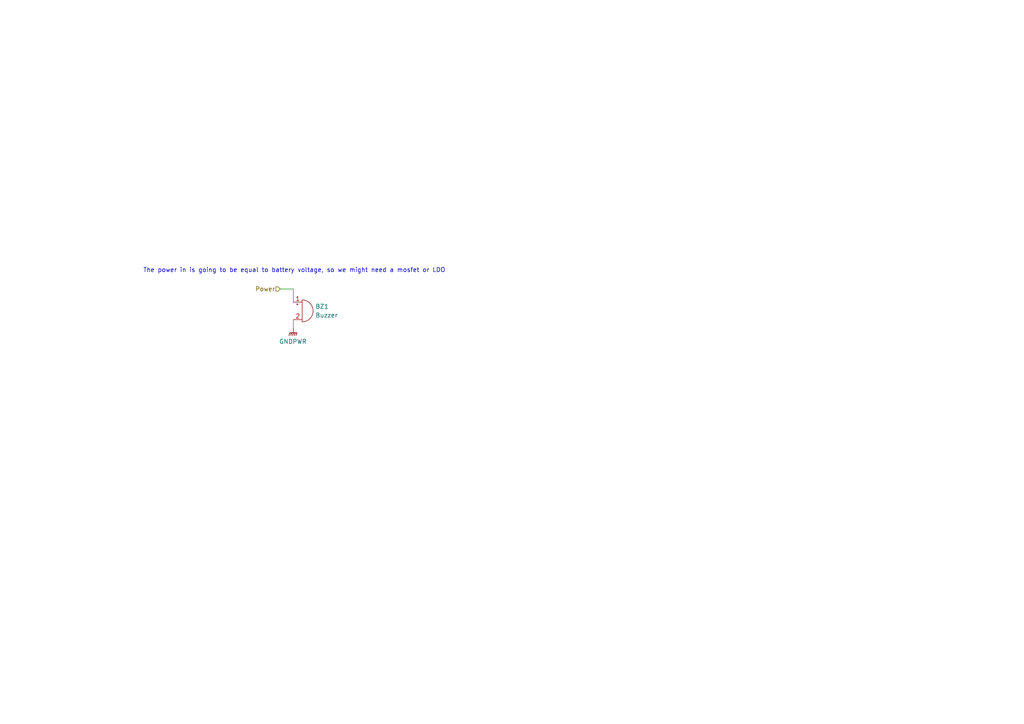
<source format=kicad_sch>
(kicad_sch (version 20250114) (generator "eeschema") (generator_version "9.0")
  (paper "A4")
  (lib_symbols
    (symbol "Device:Buzzer" (pin_names (offset 0.0254) (hide yes))
      (property "Reference" "BZ" (at 3.81 1.27 0))
      (property "Value" "Buzzer" (at 3.81 -1.27 0))
      (symbol "Buzzer_0_1"
        (polyline (pts (xy -1.651 1.905) (xy -1.143 1.905)))
        (polyline (pts (xy -1.397 2.159) (xy -1.397 1.651)))
        (arc (start 0 3.175) (mid 3.1612 0) (end 0 -3.175))
        (polyline (pts (xy 0 3.175) (xy 0 -3.175)))
      )
      (symbol "Buzzer_1_1"
        (pin passive line (at -2.54 2.54 0) (length 2.54) (name "+") (number "1"))
        (pin passive line (at -2.54 -2.54 0) (length 2.54) (name "-") (number "2"))
      )
    )
    (symbol "power:GNDPWR" (power) (pin_numbers (hide yes)) (pin_names (offset 0) (hide yes))
      (property "Value" "GNDPWR" (at 0 -3.302 0))
      (symbol "GNDPWR_0_1"
        (polyline (pts (xy -1.016 -1.27) (xy -1.27 -2.032) (xy -1.27 -2.032)) (stroke (width 0.2032)))
        (polyline (pts (xy -0.508 -1.27) (xy -0.762 -2.032) (xy -0.762 -2.032)) (stroke (width 0.2032)))
        (polyline (pts (xy 0 -1.27) (xy 0 0)))
        (polyline (pts (xy 0 -1.27) (xy -0.254 -2.032) (xy -0.254 -2.032)) (stroke (width 0.2032)))
        (polyline (pts (xy 0.508 -1.27) (xy 0.254 -2.032) (xy 0.254 -2.032)) (stroke (width 0.2032)))
        (polyline (pts (xy 1.016 -1.27) (xy -1.016 -1.27) (xy -1.016 -1.27)) (stroke (width 0.2032)))
        (polyline (pts (xy 1.016 -1.27) (xy 0.762 -2.032) (xy 0.762 -2.032) (xy 0.762 -2.032)) (stroke (width 0.2032)))
      )
      (symbol "GNDPWR_1_1"
        (pin power_in line (at 0 0 270) (length 0) (name "~") (number "1"))
      )
    )
  )
  (text "The power in is going to be equal to battery voltage, so we might need a mosfet or LDO\n" (at 85.344 78.486 0) (effects (font (size 1.27 1.27))))
  (wire (pts (xy 85.09 92.71) (xy 85.09 95.25)))
  (wire (pts (xy 85.09 83.82) (xy 85.09 87.63)))
  (wire (pts (xy 81.28 83.82) (xy 85.09 83.82)))
  (hierarchical_label "Power" (shape input) (at 81.28 83.82 180))
  (symbol (lib_id "power:GNDPWR") (at 85.09 95.25 0) (unit 1)
    (property "Reference" "#PWR023" (effects (hide yes)))
    (property "Value" "GNDPWR" (at 84.963 99.06 0))
    (property "Description" "Power symbol creates a global label with name \"GNDPWR\" , global ground" (effects (hide yes)))
  )
  (symbol (lib_id "Device:Buzzer") (at 87.63 90.17 0) (unit 1)
    (property "Reference" "BZ1" (at 91.44 88.8999 0) (effects (justify left)))
    (property "Value" "Buzzer" (at 91.44 91.4399 0) (effects (justify left)))
    (property "Description" "Buzzer, polarized" (effects (hide yes)))
  )
)
</source>
